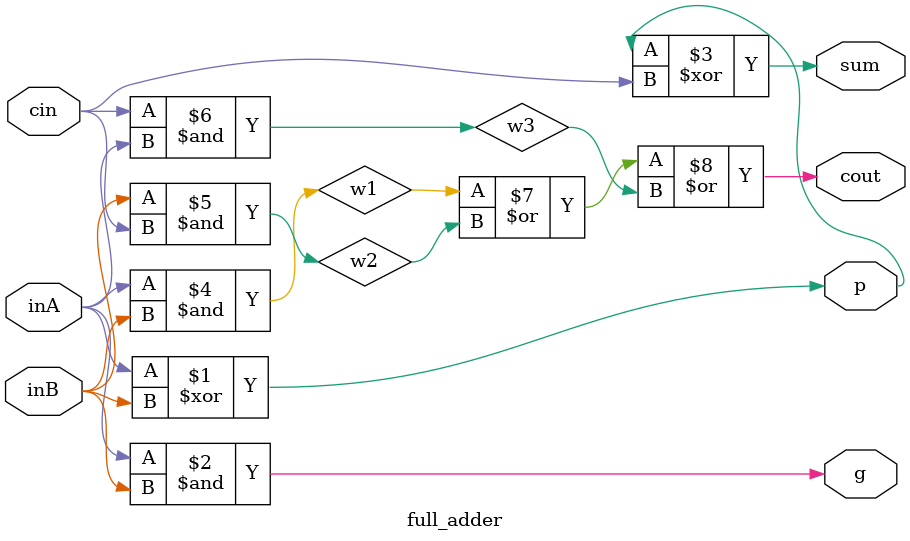
<source format=v>
`timescale 1ns / 1ps
module full_adder(inA, inB, cin, sum, cout, p, g
    );
	
	// Assigning ports as in/out
	input inA, inB, cin;
	output sum, cout, p, g;

	// Logic for p (propagate carry)
	// p = a^b
	xor propagator(p, inA, inB);
	
	// Logic for g (generate carry)
	// g = ab
	and generator(g, inA, inB);
	// Logic for sum
	// sum = a^b^c = p^c
	xor g1(sum, p, cin);
	
	// Logic for carry-out
	// cout = ab + bc + ca
	wire w1, w2, w3;
	and g2(w1, inA, inB);
	and g3(w2, inB, cin);
	and g4(w3, cin, inA);
	or g5(cout, w1, w2, w3);
	
	// 
	
endmodule

</source>
